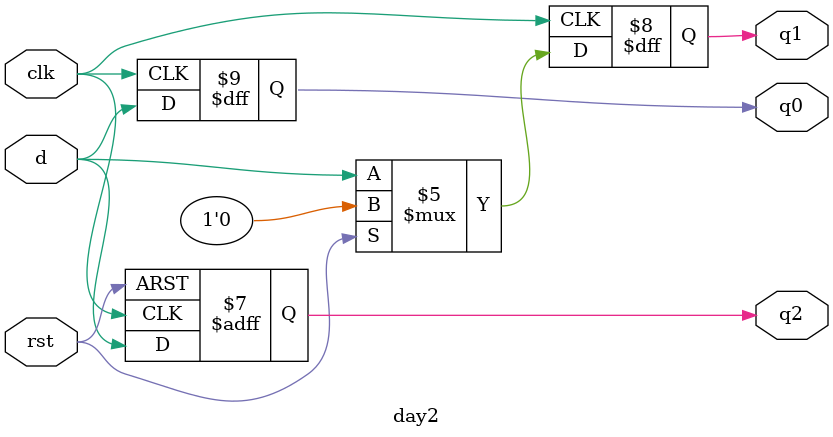
<source format=v>

module day2 (clk,rst,d,q0,q1,q2);
  input     wire     clk;
  input     wire      rst;

  input     wire      d;

  output    reg      q0;
  output    reg      q1;
  output    reg      q2;


  // No reset
  always @(posedge clk)begin
    q0 <= d;
  end
  // Sync reset
  always @(posedge clk)begin
    if (rst)
      q1 <= 1'b0;
    else
      q1 <= d;
  end
  // Async reset
  always @(posedge clk or posedge rst)begin
    if (rst)
      q2 <= 1'b0;
    else
      q2 <= d;
  end
endmodule
</source>
